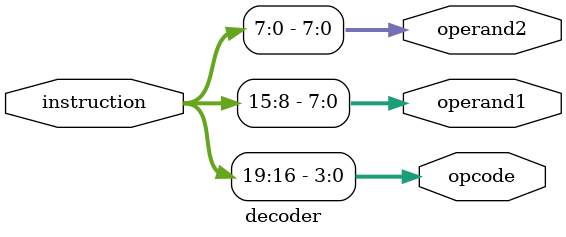
<source format=v>
module decoder (
    input [19:0] instruction,
    output [3:0] opcode,
    output [7:0] operand1,
    output [7:0] operand2
);
    assign opcode   = instruction[19:16];
    assign operand1 = instruction[15:8];
    assign operand2 = instruction[7:0];
endmodule

</source>
